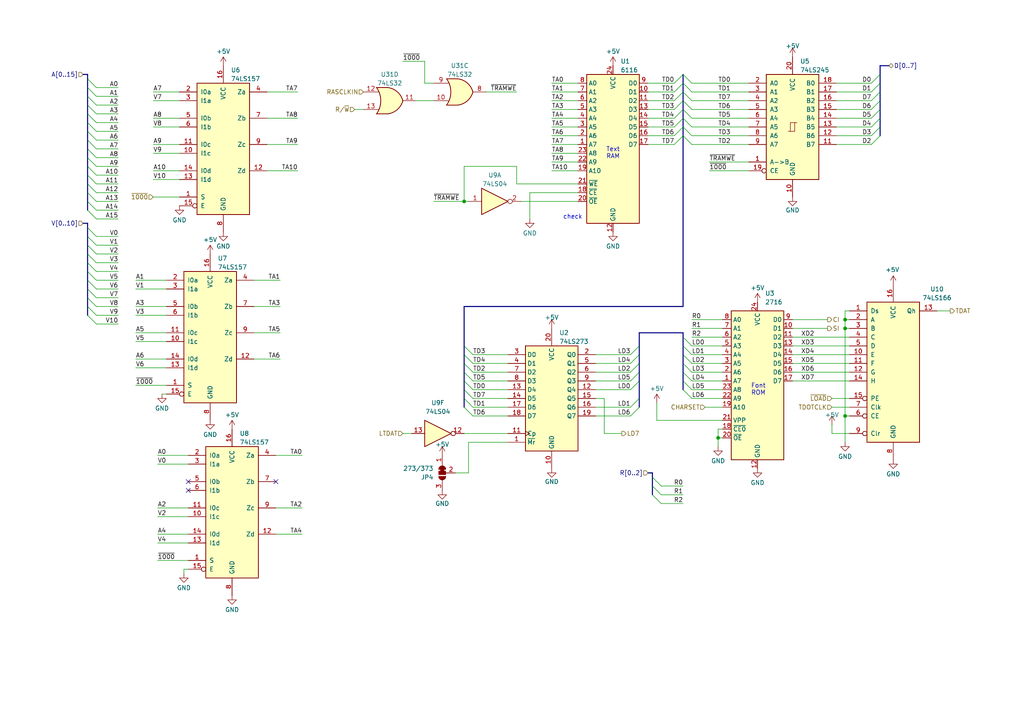
<source format=kicad_sch>
(kicad_sch (version 20231120) (generator "eeschema") (generator_version "8.0")
  (paper "A4")
  (title_block (title "EVA1 (Epson Video Adapter) - Text RAM") (date "2025-01-09") (rev "v0.1") (company "100% Offner") (comment 1 "v0.1: Initial Release"))
  (lib_symbols
    (symbol "74xx:74LS04"
      (property "Reference" "U" (at 0 1.27 0))
      (property "Value" "74LS04" (at 0 -1.27 0))
      (symbol "74LS04_1_0"
        (pin input line (at -7.62 0 0) (length 3.81) (name "~") (number "1"))
        (pin output inverted (at 7.62 0 180) (length 3.81) (name "~") (number "2"))
      )
      (symbol "74LS04_2_0"
        (pin input line (at -7.62 0 0) (length 3.81) (name "~") (number "3"))
        (pin output inverted (at 7.62 0 180) (length 3.81) (name "~") (number "4"))
      )
      (symbol "74LS04_3_0"
        (pin input line (at -7.62 0 0) (length 3.81) (name "~") (number "5"))
        (pin output inverted (at 7.62 0 180) (length 3.81) (name "~") (number "6"))
      )
      (symbol "74LS04_4_0"
        (pin output inverted (at 7.62 0 180) (length 3.81) (name "~") (number "8"))
        (pin input line (at -7.62 0 0) (length 3.81) (name "~") (number "9"))
      )
      (symbol "74LS04_5_0"
        (pin output inverted (at 7.62 0 180) (length 3.81) (name "~") (number "10"))
        (pin input line (at -7.62 0 0) (length 3.81) (name "~") (number "11"))
      )
      (symbol "74LS04_6_0"
        (pin output inverted (at 7.62 0 180) (length 3.81) (name "~") (number "12"))
        (pin input line (at -7.62 0 0) (length 3.81) (name "~") (number "13"))
      )
      (symbol "74LS04_7_0"
        (pin power_in line (at 0 12.7 270) (length 5.08) (name "VCC") (number "14"))
        (pin power_in line (at 0 -12.7 90) (length 5.08) (name "GND") (number "7"))
      )
    )
    (symbol "74xx:74LS157" (pin_names (offset 1.016))
      (property "Reference" "U" (at -7.62 19.05 0))
      (property "Value" "74LS157" (at -7.62 -21.59 0))
      (symbol "74LS157_1_0"
        (pin input line (at -12.7 -15.24 0) (length 5.08) (name "S") (number "1"))
        (pin input line (at -12.7 -2.54 0) (length 5.08) (name "I1c") (number "10"))
        (pin input line (at -12.7 0 0) (length 5.08) (name "I0c") (number "11"))
        (pin output line (at 12.7 -7.62 180) (length 5.08) (name "Zd") (number "12"))
        (pin input line (at -12.7 -10.16 0) (length 5.08) (name "I1d") (number "13"))
        (pin input line (at -12.7 -7.62 0) (length 5.08) (name "I0d") (number "14"))
        (pin input inverted (at -12.7 -17.78 0) (length 5.08) (name "E") (number "15"))
        (pin power_in line (at 0 22.86 270) (length 5.08) (name "VCC") (number "16"))
        (pin input line (at -12.7 15.24 0) (length 5.08) (name "I0a") (number "2"))
        (pin input line (at -12.7 12.7 0) (length 5.08) (name "I1a") (number "3"))
        (pin output line (at 12.7 15.24 180) (length 5.08) (name "Za") (number "4"))
        (pin input line (at -12.7 7.62 0) (length 5.08) (name "I0b") (number "5"))
        (pin input line (at -12.7 5.08 0) (length 5.08) (name "I1b") (number "6"))
        (pin output line (at 12.7 7.62 180) (length 5.08) (name "Zb") (number "7"))
        (pin power_in line (at 0 -25.4 90) (length 5.08) (name "GND") (number "8"))
        (pin output line (at 12.7 0 180) (length 5.08) (name "Zc") (number "9"))
      )
    )
    (symbol "74xx:74LS166" (pin_names (offset 1.016))
      (property "Reference" "U" (at -7.62 21.59 0))
      (property "Value" "74LS166" (at -7.62 -21.59 0))
      (symbol "74LS166_1_0"
        (pin input line (at -12.7 17.78 0) (length 5.08) (name "Ds") (number "1"))
        (pin input line (at -12.7 5.08 0) (length 5.08) (name "E") (number "10"))
        (pin input line (at -12.7 2.54 0) (length 5.08) (name "F") (number "11"))
        (pin input line (at -12.7 0 0) (length 5.08) (name "G") (number "12"))
        (pin output line (at 12.7 17.78 180) (length 5.08) (name "Qh") (number "13"))
        (pin input line (at -12.7 -2.54 0) (length 5.08) (name "H") (number "14"))
        (pin input inverted (at -12.7 -7.62 0) (length 5.08) (name "PE") (number "15"))
        (pin power_in line (at 0 25.4 270) (length 5.08) (name "VCC") (number "16"))
        (pin input line (at -12.7 15.24 0) (length 5.08) (name "A") (number "2"))
        (pin input line (at -12.7 12.7 0) (length 5.08) (name "B") (number "3"))
        (pin input line (at -12.7 10.16 0) (length 5.08) (name "C") (number "4"))
        (pin input line (at -12.7 7.62 0) (length 5.08) (name "D") (number "5"))
        (pin input inverted (at -12.7 -12.7 0) (length 5.08) (name "CE") (number "6"))
        (pin input line (at -12.7 -10.16 0) (length 5.08) (name "Clk") (number "7"))
        (pin power_in line (at 0 -25.4 90) (length 5.08) (name "GND") (number "8"))
        (pin input inverted (at -12.7 -17.78 0) (length 5.08) (name "Clr") (number "9"))
      )
    )
    (symbol "74xx:74LS245" (pin_names (offset 1.016))
      (property "Reference" "U" (at -7.62 16.51 0))
      (property "Value" "74LS245" (at -7.62 -16.51 0))
      (symbol "74LS245_1_0"
        (pin input line (at -12.7 -10.16 0) (length 5.08) (name "A->B") (number "1"))
        (pin power_in line (at 0 -20.32 90) (length 5.08) (name "GND") (number "10"))
        (pin tri_state line (at 12.7 -5.08 180) (length 5.08) (name "B7") (number "11"))
        (pin tri_state line (at 12.7 -2.54 180) (length 5.08) (name "B6") (number "12"))
        (pin tri_state line (at 12.7 0 180) (length 5.08) (name "B5") (number "13"))
        (pin tri_state line (at 12.7 2.54 180) (length 5.08) (name "B4") (number "14"))
        (pin tri_state line (at 12.7 5.08 180) (length 5.08) (name "B3") (number "15"))
        (pin tri_state line (at 12.7 7.62 180) (length 5.08) (name "B2") (number "16"))
        (pin tri_state line (at 12.7 10.16 180) (length 5.08) (name "B1") (number "17"))
        (pin tri_state line (at 12.7 12.7 180) (length 5.08) (name "B0") (number "18"))
        (pin input inverted (at -12.7 -12.7 0) (length 5.08) (name "CE") (number "19"))
        (pin tri_state line (at -12.7 12.7 0) (length 5.08) (name "A0") (number "2"))
        (pin power_in line (at 0 20.32 270) (length 5.08) (name "VCC") (number "20"))
        (pin tri_state line (at -12.7 10.16 0) (length 5.08) (name "A1") (number "3"))
        (pin tri_state line (at -12.7 7.62 0) (length 5.08) (name "A2") (number "4"))
        (pin tri_state line (at -12.7 5.08 0) (length 5.08) (name "A3") (number "5"))
        (pin tri_state line (at -12.7 2.54 0) (length 5.08) (name "A4") (number "6"))
        (pin tri_state line (at -12.7 0 0) (length 5.08) (name "A5") (number "7"))
        (pin tri_state line (at -12.7 -2.54 0) (length 5.08) (name "A6") (number "8"))
        (pin tri_state line (at -12.7 -5.08 0) (length 5.08) (name "A7") (number "9"))
      )
    )
    (symbol "74xx:74LS273"
      (property "Reference" "U" (at -7.62 16.51 0))
      (property "Value" "74LS273" (at -7.62 -16.51 0))
      (symbol "74LS273_1_0"
        (pin input line (at -12.7 -12.7 0) (length 5.08) (name "~{Mr}") (number "1"))
        (pin power_in line (at 0 -20.32 90) (length 5.08) (name "GND") (number "10"))
        (pin input clock (at -12.7 -10.16 0) (length 5.08) (name "Cp") (number "11"))
        (pin output line (at 12.7 2.54 180) (length 5.08) (name "Q4") (number "12"))
        (pin input line (at -12.7 2.54 0) (length 5.08) (name "D4") (number "13"))
        (pin input line (at -12.7 0 0) (length 5.08) (name "D5") (number "14"))
        (pin output line (at 12.7 0 180) (length 5.08) (name "Q5") (number "15"))
        (pin output line (at 12.7 -2.54 180) (length 5.08) (name "Q6") (number "16"))
        (pin input line (at -12.7 -2.54 0) (length 5.08) (name "D6") (number "17"))
        (pin input line (at -12.7 -5.08 0) (length 5.08) (name "D7") (number "18"))
        (pin output line (at 12.7 -5.08 180) (length 5.08) (name "Q7") (number "19"))
        (pin output line (at 12.7 12.7 180) (length 5.08) (name "Q0") (number "2"))
        (pin power_in line (at 0 20.32 270) (length 5.08) (name "VCC") (number "20"))
        (pin input line (at -12.7 12.7 0) (length 5.08) (name "D0") (number "3"))
        (pin input line (at -12.7 10.16 0) (length 5.08) (name "D1") (number "4"))
        (pin output line (at 12.7 10.16 180) (length 5.08) (name "Q1") (number "5"))
        (pin output line (at 12.7 7.62 180) (length 5.08) (name "Q2") (number "6"))
        (pin input line (at -12.7 7.62 0) (length 5.08) (name "D2") (number "7"))
        (pin input line (at -12.7 5.08 0) (length 5.08) (name "D3") (number "8"))
        (pin output line (at 12.7 5.08 180) (length 5.08) (name "Q3") (number "9"))
      )
    )
    (symbol "74xx:74LS32" (pin_names (offset 1.016))
      (property "Reference" "U" (at 0 1.27 0))
      (property "Value" "74LS32" (at 0 -1.27 0))
      (symbol "74LS32_1_1"
        (pin input line (at -7.62 2.54 0) (length 4.318) (name "~") (number "1"))
        (pin input line (at -7.62 -2.54 0) (length 4.318) (name "~") (number "2"))
        (pin output line (at 7.62 0 180) (length 3.81) (name "~") (number "3"))
      )
      (symbol "74LS32_1_2"
        (pin input inverted (at -7.62 2.54 0) (length 3.81) (name "~") (number "1"))
        (pin input inverted (at -7.62 -2.54 0) (length 3.81) (name "~") (number "2"))
        (pin output inverted (at 7.62 0 180) (length 3.81) (name "~") (number "3"))
      )
      (symbol "74LS32_2_1"
        (pin input line (at -7.62 2.54 0) (length 4.318) (name "~") (number "4"))
        (pin input line (at -7.62 -2.54 0) (length 4.318) (name "~") (number "5"))
        (pin output line (at 7.62 0 180) (length 3.81) (name "~") (number "6"))
      )
      (symbol "74LS32_2_2"
        (pin input inverted (at -7.62 2.54 0) (length 3.81) (name "~") (number "4"))
        (pin input inverted (at -7.62 -2.54 0) (length 3.81) (name "~") (number "5"))
        (pin output inverted (at 7.62 0 180) (length 3.81) (name "~") (number "6"))
      )
      (symbol "74LS32_3_1"
        (pin input line (at -7.62 -2.54 0) (length 4.318) (name "~") (number "10"))
        (pin output line (at 7.62 0 180) (length 3.81) (name "~") (number "8"))
        (pin input line (at -7.62 2.54 0) (length 4.318) (name "~") (number "9"))
      )
      (symbol "74LS32_3_2"
        (pin input inverted (at -7.62 -2.54 0) (length 3.81) (name "~") (number "10"))
        (pin output inverted (at 7.62 0 180) (length 3.81) (name "~") (number "8"))
        (pin input inverted (at -7.62 2.54 0) (length 3.81) (name "~") (number "9"))
      )
      (symbol "74LS32_4_1"
        (pin output line (at 7.62 0 180) (length 3.81) (name "~") (number "11"))
        (pin input line (at -7.62 2.54 0) (length 4.318) (name "~") (number "12"))
        (pin input line (at -7.62 -2.54 0) (length 4.318) (name "~") (number "13"))
      )
      (symbol "74LS32_4_2"
        (pin output inverted (at 7.62 0 180) (length 3.81) (name "~") (number "11"))
        (pin input inverted (at -7.62 2.54 0) (length 3.81) (name "~") (number "12"))
        (pin input inverted (at -7.62 -2.54 0) (length 3.81) (name "~") (number "13"))
      )
      (symbol "74LS32_5_0"
        (pin power_in line (at 0 12.7 270) (length 5.08) (name "VCC") (number "14"))
        (pin power_in line (at 0 -12.7 90) (length 5.08) (name "GND") (number "7"))
      )
    )
    (symbol "Jumper:SolderJumper_3_Bridged12" (pin_names (offset 0) hide) (exclude_from_sim yes) (in_bom no)
      (property "Reference" "JP" (at -2.54 -2.54 0))
      (property "Value" "SolderJumper_3_Bridged12" (at 0 2.794 0))
      (symbol "SolderJumper_3_Bridged12_1_1"
        (pin passive line (at -5.08 0 0) (length 2.54) (name "A") (number "1"))
        (pin passive line (at 0 -3.81 90) (length 2.54) (name "C") (number "2"))
        (pin passive line (at 5.08 0 180) (length 2.54) (name "B") (number "3"))
      )
    )
    (symbol "my_ics_new:2716"
      (property "Reference" "U" (at -8.255 26.67 0))
      (property "Value" "2016" (at -8.89 24.13 0))
      (symbol "2716_1_1"
        (pin input line (at -10.16 2.54 0) (length 2.54) (name "A7") (number "1"))
        (pin tri_state line (at 10.16 17.78 180) (length 2.54) (name "D1") (number "10"))
        (pin tri_state line (at 10.16 15.24 180) (length 2.54) (name "D2") (number "11"))
        (pin power_in line (at 0 -22.86 90) (length 2.54) (name "GND") (number "12"))
        (pin tri_state line (at 10.16 12.7 180) (length 2.54) (name "D3") (number "13"))
        (pin tri_state line (at 10.16 10.16 180) (length 2.54) (name "D4") (number "14"))
        (pin tri_state line (at 10.16 7.62 180) (length 2.54) (name "D5") (number "15"))
        (pin tri_state line (at 10.16 5.08 180) (length 2.54) (name "D6") (number "16"))
        (pin tri_state line (at 10.16 2.54 180) (length 2.54) (name "D7") (number "17"))
        (pin input line (at -10.16 -11.43 0) (length 2.54) (name "~{CE0}") (number "18"))
        (pin input line (at -10.16 -5.08 0) (length 2.54) (name "A10") (number "19"))
        (pin input line (at -10.16 5.08 0) (length 2.54) (name "A6") (number "2"))
        (pin input line (at -10.16 -13.97 0) (length 2.54) (name "~{OE}") (number "20"))
        (pin input line (at -10.16 -8.89 0) (length 2.54) (name "VPP") (number "21"))
        (pin input line (at -10.16 -2.54 0) (length 2.54) (name "A9") (number "22"))
        (pin input line (at -10.16 0 0) (length 2.54) (name "A8") (number "23"))
        (pin power_in line (at 0 25.4 270) (length 2.54) (name "VCC") (number "24"))
        (pin no_connect line (at 7.62 0 180) (length 2.54) hide (name "NC") (number "26"))
        (pin input line (at -10.16 7.62 0) (length 2.54) (name "A5") (number "3"))
        (pin input line (at -10.16 10.16 0) (length 2.54) (name "A4") (number "4"))
        (pin input line (at -10.16 12.7 0) (length 2.54) (name "A3") (number "5"))
        (pin input line (at -10.16 15.24 0) (length 2.54) (name "A2") (number "6"))
        (pin input line (at -10.16 17.78 0) (length 2.54) (name "A1") (number "7"))
        (pin input line (at -10.16 20.32 0) (length 2.54) (name "A0") (number "8"))
        (pin tri_state line (at 10.16 20.32 180) (length 2.54) (name "D0") (number "9"))
      )
    )
    (symbol "my_ics_new:6116"
      (property "Reference" "U" (at -8.255 26.67 0))
      (property "Value" "6116" (at -8.89 24.13 0))
      (symbol "6116_1_1"
        (pin input line (at -10.16 2.54 0) (length 2.54) (name "A7") (number "1"))
        (pin tri_state line (at 10.16 17.78 180) (length 2.54) (name "D1") (number "10"))
        (pin tri_state line (at 10.16 15.24 180) (length 2.54) (name "D2") (number "11"))
        (pin power_in line (at 0 -22.86 90) (length 2.54) (name "GND") (number "12"))
        (pin tri_state line (at 10.16 12.7 180) (length 2.54) (name "D3") (number "13"))
        (pin tri_state line (at 10.16 10.16 180) (length 2.54) (name "D4") (number "14"))
        (pin tri_state line (at 10.16 7.62 180) (length 2.54) (name "D5") (number "15"))
        (pin tri_state line (at 10.16 5.08 180) (length 2.54) (name "D6") (number "16"))
        (pin tri_state line (at 10.16 2.54 180) (length 2.54) (name "D7") (number "17"))
        (pin input line (at -10.16 -11.43 0) (length 2.54) (name "~{CE}") (number "18"))
        (pin input line (at -10.16 -5.08 0) (length 2.54) (name "A10") (number "19"))
        (pin input line (at -10.16 5.08 0) (length 2.54) (name "A6") (number "2"))
        (pin input line (at -10.16 -13.97 0) (length 2.54) (name "~{OE}") (number "20"))
        (pin input line (at -10.16 -8.89 0) (length 2.54) (name "~{WE}") (number "21"))
        (pin input line (at -10.16 -2.54 0) (length 2.54) (name "A9") (number "22"))
        (pin input line (at -10.16 0 0) (length 2.54) (name "A8") (number "23"))
        (pin power_in line (at 0 25.4 270) (length 2.54) (name "VCC") (number "24"))
        (pin input line (at -10.16 7.62 0) (length 2.54) (name "A5") (number "3"))
        (pin input line (at -10.16 10.16 0) (length 2.54) (name "A4") (number "4"))
        (pin input line (at -10.16 12.7 0) (length 2.54) (name "A3") (number "5"))
        (pin input line (at -10.16 15.24 0) (length 2.54) (name "A2") (number "6"))
        (pin input line (at -10.16 17.78 0) (length 2.54) (name "A1") (number "7"))
        (pin input line (at -10.16 20.32 0) (length 2.54) (name "A0") (number "8"))
        (pin tri_state line (at 10.16 20.32 180) (length 2.54) (name "D0") (number "9"))
      )
    )
    (symbol "power:+5V" (power) (pin_names (offset 0))
      (property "Value" "+5V" (at 0 3.556 0))
      (symbol "+5V_1_1"
        (pin power_in line (at 0 0 90) (length 0) hide (name "+5V") (number "1"))
      )
    )
    (symbol "power:GND" (power) (pin_names (offset 0))
      (property "Value" "GND" (at 0 -3.81 0))
      (symbol "GND_1_1"
        (pin power_in line (at 0 0 270) (length 0) hide (name "GND") (number "1"))
      )
    )
  )
  (junction (at 134.62 58.42))
  (junction (at 208.28 127))
  (junction (at 245.11 92.71))
  (junction (at 245.11 95.25))
  (junction (at 245.11 120.65))
  (no_connect (at 54.61 142.24))
  (no_connect (at 54.61 139.7))
  (no_connect (at 80.01 139.7))
  (bus_entry (at 25.4 76.2) (size 2.54 2.54))
  (bus_entry (at 25.4 25.4) (size 2.54 2.54))
  (bus_entry (at 185.42 110.49) (size -2.54 2.54))
  (bus_entry (at 25.4 27.94) (size 2.54 2.54))
  (bus_entry (at 185.42 100.33) (size -2.54 2.54))
  (bus_entry (at 198.12 34.29) (size -2.54 2.54))
  (bus_entry (at 134.62 115.57) (size 2.54 2.54))
  (bus_entry (at 134.62 110.49) (size 2.54 2.54))
  (bus_entry (at 25.4 40.64) (size 2.54 2.54))
  (bus_entry (at 198.12 39.37) (size -2.54 2.54))
  (bus_entry (at 189.23 138.43) (size 2.54 2.54))
  (bus_entry (at 185.42 102.87) (size -2.54 2.54))
  (bus_entry (at 25.4 88.9) (size 2.54 2.54))
  (bus_entry (at 25.4 71.12) (size 2.54 2.54))
  (bus_entry (at 25.4 73.66) (size 2.54 2.54))
  (bus_entry (at 198.12 31.75) (size -2.54 2.54))
  (bus_entry (at 189.23 143.51) (size 2.54 2.54))
  (bus_entry (at 198.12 100.33) (size 2.54 2.54))
  (bus_entry (at 198.12 24.13) (size -2.54 2.54))
  (bus_entry (at 25.4 58.42) (size 2.54 2.54))
  (bus_entry (at 198.12 21.59) (size 2.54 2.54))
  (bus_entry (at 25.4 38.1) (size 2.54 2.54))
  (bus_entry (at 198.12 107.95) (size 2.54 2.54))
  (bus_entry (at 198.12 39.37) (size 2.54 2.54))
  (bus_entry (at 198.12 21.59) (size -2.54 2.54))
  (bus_entry (at 25.4 86.36) (size 2.54 2.54))
  (bus_entry (at 25.4 33.02) (size 2.54 2.54))
  (bus_entry (at 198.12 105.41) (size 2.54 2.54))
  (bus_entry (at 134.62 105.41) (size 2.54 2.54))
  (bus_entry (at 134.62 118.11) (size 2.54 2.54))
  (bus_entry (at 198.12 31.75) (size 2.54 2.54))
  (bus_entry (at 255.27 26.67) (size -2.54 2.54))
  (bus_entry (at 25.4 81.28) (size 2.54 2.54))
  (bus_entry (at 25.4 68.58) (size 2.54 2.54))
  (bus_entry (at 255.27 39.37) (size -2.54 2.54))
  (bus_entry (at 198.12 110.49) (size 2.54 2.54))
  (bus_entry (at 25.4 43.18) (size 2.54 2.54))
  (bus_entry (at 198.12 34.29) (size 2.54 2.54))
  (bus_entry (at 198.12 26.67) (size -2.54 2.54))
  (bus_entry (at 25.4 35.56) (size 2.54 2.54))
  (bus_entry (at 185.42 107.95) (size -2.54 2.54))
  (bus_entry (at 198.12 29.21) (size 2.54 2.54))
  (bus_entry (at 198.12 36.83) (size -2.54 2.54))
  (bus_entry (at 25.4 55.88) (size 2.54 2.54))
  (bus_entry (at 25.4 60.96) (size 2.54 2.54))
  (bus_entry (at 255.27 29.21) (size -2.54 2.54))
  (bus_entry (at 198.12 36.83) (size 2.54 2.54))
  (bus_entry (at 25.4 66.04) (size 2.54 2.54))
  (bus_entry (at 134.62 113.03) (size 2.54 2.54))
  (bus_entry (at 189.23 140.97) (size 2.54 2.54))
  (bus_entry (at 25.4 83.82) (size 2.54 2.54))
  (bus_entry (at 198.12 26.67) (size 2.54 2.54))
  (bus_entry (at 255.27 36.83) (size -2.54 2.54))
  (bus_entry (at 198.12 102.87) (size 2.54 2.54))
  (bus_entry (at 198.12 29.21) (size -2.54 2.54))
  (bus_entry (at 198.12 113.03) (size 2.54 2.54))
  (bus_entry (at 134.62 107.95) (size 2.54 2.54))
  (bus_entry (at 198.12 24.13) (size 2.54 2.54))
  (bus_entry (at 198.12 97.79) (size 2.54 2.54))
  (bus_entry (at 185.42 105.41) (size -2.54 2.54))
  (bus_entry (at 25.4 48.26) (size 2.54 2.54))
  (bus_entry (at 134.62 102.87) (size 2.54 2.54))
  (bus_entry (at 25.4 50.8) (size 2.54 2.54))
  (bus_entry (at 185.42 115.57) (size -2.54 2.54))
  (bus_entry (at 25.4 22.86) (size 2.54 2.54))
  (bus_entry (at 255.27 34.29) (size -2.54 2.54))
  (bus_entry (at 185.42 118.11) (size -2.54 2.54))
  (bus_entry (at 25.4 78.74) (size 2.54 2.54))
  (bus_entry (at 25.4 53.34) (size 2.54 2.54))
  (bus_entry (at 25.4 91.44) (size 2.54 2.54))
  (bus_entry (at 134.62 100.33) (size 2.54 2.54))
  (bus_entry (at 25.4 30.48) (size 2.54 2.54))
  (bus_entry (at 255.27 24.13) (size -2.54 2.54))
  (bus_entry (at 255.27 21.59) (size -2.54 2.54))
  (bus_entry (at 25.4 45.72) (size 2.54 2.54))
  (bus_entry (at 255.27 31.75) (size -2.54 2.54))
  (bus (pts (xy 134.62 88.9) (xy 134.62 100.33)))
  (bus (pts (xy 25.4 40.64) (xy 25.4 43.18)))
  (wire (pts (xy 39.37 104.14) (xy 48.26 104.14)))
  (wire (pts (xy 27.94 78.74) (xy 34.29 78.74)))
  (wire (pts (xy 134.62 48.26) (xy 134.62 58.42)))
  (wire (pts (xy 175.26 125.73) (xy 175.26 115.57)))
  (wire (pts (xy 172.72 110.49) (xy 182.88 110.49)))
  (bus (pts (xy 134.62 102.87) (xy 134.62 105.41)))
  (wire (pts (xy 242.57 41.91) (xy 252.73 41.91)))
  (wire (pts (xy 137.16 105.41) (xy 147.32 105.41)))
  (wire (pts (xy 27.94 50.8) (xy 34.29 50.8)))
  (wire (pts (xy 153.67 55.88) (xy 167.64 55.88)))
  (wire (pts (xy 245.11 120.65) (xy 245.11 128.27)))
  (wire (pts (xy 44.45 34.29) (xy 52.07 34.29)))
  (wire (pts (xy 120.65 29.21) (xy 125.73 29.21)))
  (bus (pts (xy 25.4 66.04) (xy 25.4 68.58)))
  (bus (pts (xy 198.12 113.03) (xy 198.12 110.49)))
  (wire (pts (xy 229.87 102.87) (xy 246.38 102.87)))
  (wire (pts (xy 45.72 149.86) (xy 54.61 149.86)))
  (wire (pts (xy 195.58 36.83) (xy 187.96 36.83)))
  (bus (pts (xy 198.12 24.13) (xy 198.12 26.67)))
  (bus (pts (xy 189.23 137.16) (xy 189.23 138.43)))
  (wire (pts (xy 160.02 29.21) (xy 167.64 29.21)))
  (wire (pts (xy 241.3 115.57) (xy 246.38 115.57)))
  (bus (pts (xy 25.4 71.12) (xy 25.4 73.66)))
  (bus (pts (xy 255.27 34.29) (xy 255.27 36.83)))
  (wire (pts (xy 132.08 137.16) (xy 135.89 137.16)))
  (bus (pts (xy 187.96 137.16) (xy 189.23 137.16)))
  (wire (pts (xy 200.66 39.37) (xy 217.17 39.37)))
  (wire (pts (xy 209.55 124.46) (xy 208.28 124.46)))
  (bus (pts (xy 255.27 26.67) (xy 255.27 29.21)))
  (wire (pts (xy 160.02 24.13) (xy 167.64 24.13)))
  (wire (pts (xy 160.02 46.99) (xy 167.64 46.99)))
  (wire (pts (xy 27.94 91.44) (xy 34.29 91.44)))
  (wire (pts (xy 208.28 127) (xy 208.28 129.54)))
  (wire (pts (xy 137.16 115.57) (xy 147.32 115.57)))
  (wire (pts (xy 73.66 104.14) (xy 81.28 104.14)))
  (wire (pts (xy 39.37 96.52) (xy 48.26 96.52)))
  (wire (pts (xy 195.58 39.37) (xy 187.96 39.37)))
  (wire (pts (xy 172.72 102.87) (xy 182.88 102.87)))
  (wire (pts (xy 200.66 34.29) (xy 217.17 34.29)))
  (bus (pts (xy 25.4 33.02) (xy 25.4 35.56)))
  (wire (pts (xy 44.45 36.83) (xy 52.07 36.83)))
  (bus (pts (xy 25.4 88.9) (xy 25.4 91.44)))
  (wire (pts (xy 137.16 102.87) (xy 147.32 102.87)))
  (wire (pts (xy 241.3 125.73) (xy 246.38 125.73)))
  (bus (pts (xy 134.62 105.41) (xy 134.62 107.95)))
  (wire (pts (xy 246.38 90.17) (xy 245.11 90.17)))
  (wire (pts (xy 200.66 102.87) (xy 209.55 102.87)))
  (bus (pts (xy 25.4 68.58) (xy 25.4 71.12)))
  (wire (pts (xy 160.02 31.75) (xy 167.64 31.75)))
  (bus (pts (xy 24.13 64.77) (xy 25.4 64.77)))
  (bus (pts (xy 25.4 86.36) (xy 25.4 88.9)))
  (wire (pts (xy 200.66 107.95) (xy 209.55 107.95)))
  (wire (pts (xy 195.58 31.75) (xy 187.96 31.75)))
  (wire (pts (xy 245.11 90.17) (xy 245.11 92.71)))
  (wire (pts (xy 200.66 24.13) (xy 217.17 24.13)))
  (wire (pts (xy 204.47 118.11) (xy 209.55 118.11)))
  (wire (pts (xy 73.66 88.9) (xy 81.28 88.9)))
  (wire (pts (xy 242.57 29.21) (xy 252.73 29.21)))
  (wire (pts (xy 229.87 100.33) (xy 246.38 100.33)))
  (bus (pts (xy 25.4 58.42) (xy 25.4 60.96)))
  (wire (pts (xy 195.58 26.67) (xy 187.96 26.67)))
  (wire (pts (xy 160.02 49.53) (xy 167.64 49.53)))
  (bus (pts (xy 25.4 25.4) (xy 25.4 27.94)))
  (wire (pts (xy 77.47 49.53) (xy 86.36 49.53)))
  (wire (pts (xy 208.28 124.46) (xy 208.28 127)))
  (wire (pts (xy 80.01 154.94) (xy 87.63 154.94)))
  (wire (pts (xy 205.74 46.99) (xy 217.17 46.99)))
  (wire (pts (xy 137.16 113.03) (xy 147.32 113.03)))
  (wire (pts (xy 27.94 60.96) (xy 34.29 60.96)))
  (wire (pts (xy 200.66 26.67) (xy 217.17 26.67)))
  (bus (pts (xy 198.12 110.49) (xy 198.12 107.95)))
  (bus (pts (xy 198.12 26.67) (xy 198.12 29.21)))
  (bus (pts (xy 198.12 105.41) (xy 198.12 102.87)))
  (wire (pts (xy 241.3 123.19) (xy 241.3 125.73)))
  (bus (pts (xy 198.12 29.21) (xy 198.12 31.75)))
  (bus (pts (xy 255.27 36.83) (xy 255.27 39.37)))
  (wire (pts (xy 73.66 96.52) (xy 81.28 96.52)))
  (wire (pts (xy 135.89 137.16) (xy 135.89 128.27)))
  (wire (pts (xy 172.72 118.11) (xy 182.88 118.11)))
  (bus (pts (xy 198.12 100.33) (xy 198.12 97.79)))
  (bus (pts (xy 25.4 27.94) (xy 25.4 30.48)))
  (wire (pts (xy 27.94 88.9) (xy 34.29 88.9)))
  (wire (pts (xy 271.78 90.17) (xy 275.59 90.17)))
  (wire (pts (xy 160.02 36.83) (xy 167.64 36.83)))
  (wire (pts (xy 27.94 71.12) (xy 34.29 71.12)))
  (wire (pts (xy 240.03 92.71) (xy 229.87 92.71)))
  (bus (pts (xy 257.81 19.05) (xy 255.27 19.05)))
  (wire (pts (xy 44.45 52.07) (xy 52.07 52.07)))
  (wire (pts (xy 27.94 93.98) (xy 34.29 93.98)))
  (wire (pts (xy 200.66 113.03) (xy 209.55 113.03)))
  (wire (pts (xy 149.86 26.67) (xy 140.97 26.67)))
  (bus (pts (xy 134.62 100.33) (xy 134.62 102.87)))
  (wire (pts (xy 116.84 17.78) (xy 123.19 17.78)))
  (bus (pts (xy 255.27 21.59) (xy 255.27 24.13)))
  (wire (pts (xy 149.86 48.26) (xy 134.62 48.26)))
  (wire (pts (xy 27.94 81.28) (xy 34.29 81.28)))
  (wire (pts (xy 116.84 125.73) (xy 119.38 125.73)))
  (wire (pts (xy 160.02 41.91) (xy 167.64 41.91)))
  (wire (pts (xy 39.37 99.06) (xy 48.26 99.06)))
  (bus (pts (xy 25.4 83.82) (xy 25.4 86.36)))
  (bus (pts (xy 198.12 88.9) (xy 134.62 88.9)))
  (bus (pts (xy 25.4 73.66) (xy 25.4 76.2)))
  (wire (pts (xy 242.57 36.83) (xy 252.73 36.83)))
  (bus (pts (xy 25.4 53.34) (xy 25.4 55.88)))
  (bus (pts (xy 189.23 138.43) (xy 189.23 140.97)))
  (wire (pts (xy 229.87 97.79) (xy 246.38 97.79)))
  (wire (pts (xy 27.94 68.58) (xy 34.29 68.58)))
  (wire (pts (xy 241.3 118.11) (xy 246.38 118.11)))
  (bus (pts (xy 255.27 31.75) (xy 255.27 34.29)))
  (wire (pts (xy 45.72 132.08) (xy 54.61 132.08)))
  (wire (pts (xy 209.55 121.92) (xy 190.5 121.92)))
  (wire (pts (xy 27.94 55.88) (xy 34.29 55.88)))
  (wire (pts (xy 190.5 116.84) (xy 190.5 121.92)))
  (bus (pts (xy 198.12 34.29) (xy 198.12 36.83)))
  (wire (pts (xy 160.02 44.45) (xy 167.64 44.45)))
  (wire (pts (xy 27.94 38.1) (xy 34.29 38.1)))
  (wire (pts (xy 27.94 63.5) (xy 34.29 63.5)))
  (wire (pts (xy 242.57 24.13) (xy 252.73 24.13)))
  (bus (pts (xy 198.12 39.37) (xy 198.12 88.9)))
  (wire (pts (xy 200.66 110.49) (xy 209.55 110.49)))
  (wire (pts (xy 134.62 58.42) (xy 135.89 58.42)))
  (wire (pts (xy 229.87 107.95) (xy 246.38 107.95)))
  (bus (pts (xy 185.42 115.57) (xy 185.42 118.11)))
  (bus (pts (xy 198.12 36.83) (xy 198.12 39.37)))
  (bus (pts (xy 25.4 45.72) (xy 25.4 48.26)))
  (bus (pts (xy 25.4 50.8) (xy 25.4 53.34)))
  (wire (pts (xy 240.03 95.25) (xy 229.87 95.25)))
  (wire (pts (xy 27.94 83.82) (xy 34.29 83.82)))
  (wire (pts (xy 39.37 91.44) (xy 48.26 91.44)))
  (wire (pts (xy 44.45 26.67) (xy 52.07 26.67)))
  (wire (pts (xy 195.58 29.21) (xy 187.96 29.21)))
  (wire (pts (xy 45.72 134.62) (xy 54.61 134.62)))
  (wire (pts (xy 160.02 34.29) (xy 167.64 34.29)))
  (bus (pts (xy 25.4 64.77) (xy 25.4 66.04)))
  (bus (pts (xy 189.23 140.97) (xy 189.23 143.51)))
  (wire (pts (xy 200.66 41.91) (xy 217.17 41.91)))
  (wire (pts (xy 44.45 44.45) (xy 52.07 44.45)))
  (wire (pts (xy 137.16 120.65) (xy 147.32 120.65)))
  (wire (pts (xy 77.47 41.91) (xy 86.36 41.91)))
  (wire (pts (xy 44.45 41.91) (xy 52.07 41.91)))
  (wire (pts (xy 27.94 35.56) (xy 34.29 35.56)))
  (wire (pts (xy 208.28 127) (xy 209.55 127)))
  (bus (pts (xy 198.12 107.95) (xy 198.12 105.41)))
  (bus (pts (xy 185.42 110.49) (xy 185.42 115.57)))
  (wire (pts (xy 125.73 58.42) (xy 134.62 58.42)))
  (wire (pts (xy 39.37 111.76) (xy 48.26 111.76)))
  (wire (pts (xy 125.73 24.13) (xy 123.19 24.13)))
  (wire (pts (xy 191.77 146.05) (xy 198.12 146.05)))
  (wire (pts (xy 245.11 95.25) (xy 245.11 120.65)))
  (wire (pts (xy 151.13 58.42) (xy 167.64 58.42)))
  (bus (pts (xy 25.4 43.18) (xy 25.4 45.72)))
  (wire (pts (xy 27.94 48.26) (xy 34.29 48.26)))
  (bus (pts (xy 185.42 105.41) (xy 185.42 107.95)))
  (wire (pts (xy 137.16 110.49) (xy 147.32 110.49)))
  (wire (pts (xy 73.66 81.28) (xy 81.28 81.28)))
  (wire (pts (xy 44.45 49.53) (xy 52.07 49.53)))
  (wire (pts (xy 175.26 125.73) (xy 180.34 125.73)))
  (wire (pts (xy 27.94 58.42) (xy 34.29 58.42)))
  (bus (pts (xy 185.42 107.95) (xy 185.42 110.49)))
  (wire (pts (xy 200.66 92.71) (xy 209.55 92.71)))
  (bus (pts (xy 25.4 22.86) (xy 25.4 25.4)))
  (wire (pts (xy 27.94 45.72) (xy 34.29 45.72)))
  (wire (pts (xy 27.94 43.18) (xy 34.29 43.18)))
  (wire (pts (xy 229.87 105.41) (xy 246.38 105.41)))
  (wire (pts (xy 195.58 24.13) (xy 187.96 24.13)))
  (bus (pts (xy 198.12 21.59) (xy 198.12 24.13)))
  (wire (pts (xy 134.62 125.73) (xy 147.32 125.73)))
  (wire (pts (xy 77.47 34.29) (xy 86.36 34.29)))
  (wire (pts (xy 195.58 41.91) (xy 187.96 41.91)))
  (wire (pts (xy 44.45 57.15) (xy 52.07 57.15)))
  (wire (pts (xy 242.57 31.75) (xy 252.73 31.75)))
  (wire (pts (xy 172.72 113.03) (xy 182.88 113.03)))
  (wire (pts (xy 245.11 92.71) (xy 246.38 92.71)))
  (bus (pts (xy 25.4 30.48) (xy 25.4 33.02)))
  (wire (pts (xy 242.57 26.67) (xy 252.73 26.67)))
  (bus (pts (xy 185.42 96.52) (xy 198.12 96.52)))
  (bus (pts (xy 198.12 31.75) (xy 198.12 34.29)))
  (wire (pts (xy 172.72 120.65) (xy 182.88 120.65)))
  (bus (pts (xy 25.4 38.1) (xy 25.4 40.64)))
  (wire (pts (xy 229.87 110.49) (xy 246.38 110.49)))
  (wire (pts (xy 149.86 53.34) (xy 149.86 48.26)))
  (wire (pts (xy 27.94 30.48) (xy 34.29 30.48)))
  (wire (pts (xy 46.99 114.3) (xy 48.26 114.3)))
  (wire (pts (xy 77.47 26.67) (xy 86.36 26.67)))
  (bus (pts (xy 185.42 100.33) (xy 185.42 102.87)))
  (wire (pts (xy 45.72 157.48) (xy 54.61 157.48)))
  (wire (pts (xy 153.67 63.5) (xy 153.67 55.88)))
  (wire (pts (xy 137.16 118.11) (xy 147.32 118.11)))
  (wire (pts (xy 53.34 165.1) (xy 53.34 166.37)))
  (bus (pts (xy 255.27 19.05) (xy 255.27 21.59)))
  (bus (pts (xy 25.4 78.74) (xy 25.4 81.28)))
  (wire (pts (xy 245.11 92.71) (xy 245.11 95.25)))
  (wire (pts (xy 27.94 25.4) (xy 34.29 25.4)))
  (bus (pts (xy 185.42 102.87) (xy 185.42 105.41)))
  (wire (pts (xy 135.89 128.27) (xy 147.32 128.27)))
  (bus (pts (xy 25.4 76.2) (xy 25.4 78.74)))
  (bus (pts (xy 185.42 96.52) (xy 185.42 100.33)))
  (wire (pts (xy 44.45 29.21) (xy 52.07 29.21)))
  (bus (pts (xy 25.4 55.88) (xy 25.4 58.42)))
  (wire (pts (xy 242.57 39.37) (xy 252.73 39.37)))
  (wire (pts (xy 27.94 40.64) (xy 34.29 40.64)))
  (wire (pts (xy 123.19 24.13) (xy 123.19 17.78)))
  (bus (pts (xy 134.62 110.49) (xy 134.62 113.03)))
  (wire (pts (xy 45.72 162.56) (xy 54.61 162.56)))
  (wire (pts (xy 200.66 97.79) (xy 209.55 97.79)))
  (wire (pts (xy 175.26 115.57) (xy 172.72 115.57)))
  (wire (pts (xy 53.34 165.1) (xy 54.61 165.1)))
  (wire (pts (xy 27.94 27.94) (xy 34.29 27.94)))
  (wire (pts (xy 245.11 95.25) (xy 246.38 95.25)))
  (wire (pts (xy 200.66 31.75) (xy 217.17 31.75)))
  (bus (pts (xy 255.27 24.13) (xy 255.27 26.67)))
  (bus (pts (xy 198.12 97.79) (xy 198.12 96.52)))
  (wire (pts (xy 39.37 106.68) (xy 48.26 106.68)))
  (wire (pts (xy 27.94 53.34) (xy 34.29 53.34)))
  (wire (pts (xy 191.77 143.51) (xy 198.12 143.51)))
  (wire (pts (xy 27.94 33.02) (xy 34.29 33.02)))
  (bus (pts (xy 134.62 107.95) (xy 134.62 110.49)))
  (wire (pts (xy 102.87 31.75) (xy 105.41 31.75)))
  (wire (pts (xy 242.57 34.29) (xy 252.73 34.29)))
  (bus (pts (xy 134.62 115.57) (xy 134.62 118.11)))
  (bus (pts (xy 25.4 21.59) (xy 25.4 22.86)))
  (wire (pts (xy 160.02 39.37) (xy 167.64 39.37)))
  (wire (pts (xy 205.74 49.53) (xy 217.17 49.53)))
  (wire (pts (xy 39.37 83.82) (xy 48.26 83.82)))
  (bus (pts (xy 198.12 102.87) (xy 198.12 100.33)))
  (bus (pts (xy 255.27 29.21) (xy 255.27 31.75)))
  (wire (pts (xy 27.94 86.36) (xy 34.29 86.36)))
  (wire (pts (xy 172.72 107.95) (xy 182.88 107.95)))
  (wire (pts (xy 200.66 115.57) (xy 209.55 115.57)))
  (bus (pts (xy 24.13 21.59) (xy 25.4 21.59)))
  (wire (pts (xy 39.37 81.28) (xy 48.26 81.28)))
  (wire (pts (xy 195.58 34.29) (xy 187.96 34.29)))
  (bus (pts (xy 25.4 48.26) (xy 25.4 50.8)))
  (wire (pts (xy 45.72 147.32) (xy 54.61 147.32)))
  (wire (pts (xy 45.72 154.94) (xy 54.61 154.94)))
  (wire (pts (xy 200.66 100.33) (xy 209.55 100.33)))
  (wire (pts (xy 27.94 73.66) (xy 34.29 73.66)))
  (wire (pts (xy 245.11 120.65) (xy 246.38 120.65)))
  (wire (pts (xy 200.66 105.41) (xy 209.55 105.41)))
  (wire (pts (xy 200.66 29.21) (xy 217.17 29.21)))
  (wire (pts (xy 80.01 132.08) (xy 87.63 132.08)))
  (wire (pts (xy 172.72 105.41) (xy 182.88 105.41)))
  (wire (pts (xy 191.77 140.97) (xy 198.12 140.97)))
  (wire (pts (xy 200.66 95.25) (xy 209.55 95.25)))
  (wire (pts (xy 160.02 26.67) (xy 167.64 26.67)))
  (wire (pts (xy 137.16 107.95) (xy 147.32 107.95)))
  (wire (pts (xy 149.86 53.34) (xy 167.64 53.34)))
  (bus (pts (xy 25.4 81.28) (xy 25.4 83.82)))
  (wire (pts (xy 80.01 147.32) (xy 87.63 147.32)))
  (wire (pts (xy 27.94 76.2) (xy 34.29 76.2)))
  (wire (pts (xy 200.66 36.83) (xy 217.17 36.83)))
  (wire (pts (xy 39.37 88.9) (xy 48.26 88.9)))
  (bus (pts (xy 25.4 35.56) (xy 25.4 38.1)))
  (bus (pts (xy 134.62 113.03) (xy 134.62 115.57)))
  (text "Font\nROM" (at 219.964 113.03 0) (effects (font (size 1.27 1.27))))
  (text "check\n" (at 166.116 62.992 0) (effects (font (size 1.27 1.27))))
  (text "Text\nRAM" (at 177.8 44.45 0) (effects (font (size 1.27 1.27))))
  (label "A8" (at 34.29 45.72 180))
  (label "TD3" (at 137.16 102.87 0))
  (label "A10" (at 34.29 50.8 180))
  (label "TA1" (at 160.02 26.67 0))
  (label "TA4" (at 87.63 154.94 180))
  (label "R2" (at 198.12 146.05 180))
  (label "R2" (at 200.66 97.79 0))
  (label "TD5" (at 137.16 110.49 0))
  (label "XD5" (at 236.22 105.41 180))
  (label "LD5" (at 200.66 113.03 0))
  (label "D6" (at 252.73 31.75 180))
  (label "TD5" (at 208.28 34.29 0))
  (label "TA7" (at 86.36 26.67 180))
  (label "~{1000}" (at 116.84 17.78 0))
  (label "A9" (at 44.45 41.91 0))
  (label "A1" (at 39.37 81.28 0))
  (label "XD3" (at 236.22 100.33 180))
  (label "A11" (at 34.29 53.34 180))
  (label "TD0" (at 137.16 113.03 0))
  (label "A5" (at 39.37 96.52 0))
  (label "LD1" (at 182.88 118.11 180))
  (label "D3" (at 252.73 39.37 180))
  (label "XD6" (at 236.22 107.95 180))
  (label "V8" (at 44.45 36.83 0))
  (label "LD6" (at 200.66 115.57 0))
  (label "TA8" (at 160.02 44.45 0))
  (label "TD6" (at 195.58 39.37 180))
  (label "TA2" (at 87.63 147.32 180))
  (label "D1" (at 252.73 26.67 180))
  (label "A12" (at 34.29 55.88 180))
  (label "TA3" (at 81.28 88.9 180))
  (label "A0" (at 45.72 132.08 0))
  (label "LD3" (at 200.66 107.95 0))
  (label "TA6" (at 160.02 39.37 0))
  (label "LD5" (at 182.88 110.49 180))
  (label "TA6" (at 81.28 104.14 180))
  (label "A5" (at 34.29 38.1 180))
  (label "TA5" (at 160.02 36.83 0))
  (label "TA0" (at 160.02 24.13 0))
  (label "A10" (at 44.45 49.53 0))
  (label "TA7" (at 160.02 41.91 0))
  (label "A2" (at 45.72 147.32 0))
  (label "V6" (at 39.37 106.68 0))
  (label "V4" (at 34.29 78.74 180))
  (label "D5" (at 252.73 34.29 180))
  (label "A4" (at 34.29 35.56 180))
  (label "TA9" (at 86.36 41.91 180))
  (label "LD2" (at 200.66 105.41 0))
  (label "A9" (at 34.29 48.26 180))
  (label "V2" (at 45.72 149.86 0))
  (label "TD0" (at 195.58 24.13 180))
  (label "V5" (at 39.37 99.06 0))
  (label "TD2" (at 137.16 107.95 0))
  (label "V9" (at 44.45 44.45 0))
  (label "A3" (at 34.29 33.02 180))
  (label "R1" (at 198.12 143.51 180))
  (label "A13" (at 34.29 58.42 180))
  (label "V1" (at 34.29 71.12 180))
  (label "LD0" (at 200.66 100.33 0))
  (label "V8" (at 34.29 88.9 180))
  (label "D0" (at 252.73 24.13 180))
  (label "~{1000}" (at 39.37 111.76 0))
  (label "V3" (at 34.29 76.2 180))
  (label "TD1" (at 137.16 118.11 0))
  (label "XD2" (at 236.22 97.79 180))
  (label "V1" (at 39.37 83.82 0))
  (label "XD7" (at 236.22 110.49 180))
  (label "R1" (at 200.66 95.25 0))
  (label "V9" (at 34.29 91.44 180))
  (label "V7" (at 34.29 86.36 180))
  (label "A4" (at 45.72 154.94 0))
  (label "V0" (at 34.29 68.58 180))
  (label "TD2" (at 208.28 41.91 0))
  (label "A7" (at 44.45 26.67 0))
  (label "D7" (at 252.73 29.21 180))
  (label "A0" (at 34.29 25.4 180))
  (label "V4" (at 45.72 157.48 0))
  (label "TD7" (at 137.16 115.57 0))
  (label "TA3" (at 160.02 31.75 0))
  (label "LD3" (at 182.88 102.87 180))
  (label "TA8" (at 86.36 34.29 180))
  (label "TA1" (at 81.28 81.28 180))
  (label "V3" (at 39.37 91.44 0))
  (label "D4" (at 252.73 36.83 180))
  (label "~{TRAMWE}" (at 125.73 58.42 0))
  (label "TA10" (at 160.02 49.53 0))
  (label "D2" (at 252.73 41.91 180))
  (label "TD3" (at 208.28 39.37 0))
  (label "V6" (at 34.29 83.82 180))
  (label "LD4" (at 200.66 110.49 0))
  (label "LD2" (at 182.88 107.95 180))
  (label "TD4" (at 195.58 34.29 180))
  (label "TD7" (at 195.58 41.91 180))
  (label "TD4" (at 208.28 36.83 0))
  (label "R0" (at 198.12 140.97 180))
  (label "V7" (at 44.45 29.21 0))
  (label "TD2" (at 195.58 29.21 180))
  (label "A1" (at 34.29 27.94 180))
  (label "V10" (at 44.45 52.07 0))
  (label "LD4" (at 182.88 105.41 180))
  (label "A3" (at 39.37 88.9 0))
  (label "~{TRAMWE}" (at 205.74 46.99 0))
  (label "V10" (at 34.29 93.98 180))
  (label "A15" (at 34.29 63.5 180))
  (label "TD7" (at 208.28 29.21 0))
  (label "LD1" (at 200.66 102.87 0))
  (label "LD0" (at 182.88 113.03 180))
  (label "TD1" (at 195.58 26.67 180))
  (label "~{1000}" (at 45.72 162.56 0))
  (label "TD6" (at 137.16 120.65 0))
  (label "TA0" (at 87.63 132.08 180))
  (label "TA4" (at 160.02 34.29 0))
  (label "A8" (at 44.45 34.29 0))
  (label "TD3" (at 195.58 31.75 180))
  (label "~{1000}" (at 205.74 49.53 0))
  (label "TD4" (at 137.16 105.41 0))
  (label "A6" (at 34.29 40.64 180))
  (label "TD0" (at 208.28 24.13 0))
  (label "V0" (at 45.72 134.62 0))
  (label "V5" (at 34.29 81.28 180))
  (label "TA5" (at 81.28 96.52 180))
  (label "TD5" (at 195.58 36.83 180))
  (label "XD4" (at 236.22 102.87 180))
  (label "A14" (at 34.29 60.96 180))
  (label "A6" (at 39.37 104.14 0))
  (label "~{TRAMWE}" (at 149.86 26.67 180))
  (label "TA9" (at 160.02 46.99 0))
  (label "TA2" (at 160.02 29.21 0))
  (label "V2" (at 34.29 73.66 180))
  (label "A2" (at 34.29 30.48 180))
  (label "R0" (at 200.66 92.71 0))
  (label "A7" (at 34.29 43.18 180))
  (label "TD1" (at 208.28 26.67 0))
  (label "TD6" (at 208.28 31.75 0))
  (label "LD6" (at 182.88 120.65 180))
  (label "TA10" (at 86.36 49.53 180))
  (hierarchical_label "D[0..7]" (shape bidirectional) (at 257.81 19.05 0))
  (hierarchical_label "LD7" (shape output) (at 180.34 125.73 0))
  (hierarchical_label "TDOTCLK" (shape input) (at 241.3 118.11 180))
  (hierarchical_label "TDAT" (shape output) (at 275.59 90.17 0))
  (hierarchical_label "R{slash}~{W}" (shape input) (at 102.87 31.75 180))
  (hierarchical_label "RASCLKIN" (shape input) (at 105.41 26.67 180))
  (hierarchical_label "R[0..2]" (shape input) (at 187.96 137.16 180))
  (hierarchical_label "V[0..10]" (shape input) (at 24.13 64.77 180))
  (hierarchical_label "CHARSET" (shape input) (at 204.47 118.11 180))
  (hierarchical_label "A[0..15]" (shape input) (at 24.13 21.59 180))
  (hierarchical_label "CI" (shape output) (at 240.03 92.71 0))
  (hierarchical_label "SI" (shape output) (at 240.03 95.25 0))
  (hierarchical_label "LTDAT" (shape input) (at 116.84 125.73 180))
  (hierarchical_label "~{1000}" (shape input) (at 44.45 57.15 180))
  (hierarchical_label "~{LOAD}" (shape input) (at 241.3 115.57 180))
  (symbol (lib_id "power:+5V") (at 60.96 73.66 0) (unit 1)
    (property "Reference" "#PWR036" (effects (hide yes)))
    (property "Value" "+5V" (at 60.96 69.5269 0))
  )
  (symbol (lib_id "power:GND") (at 177.8 67.31 0) (unit 1)
    (property "Reference" "#PWR030" (effects (hide yes)))
    (property "Value" "GND" (at 177.8 71.4431 0))
  )
  (symbol (lib_id "74xx:74LS273") (at 160.02 115.57 0) (unit 1)
    (property "Reference" "U2" (at 162.2141 96.52 0) (effects (justify left)))
    (property "Value" "74LS273" (at 162.2141 99.06 0) (effects (justify left)))
    (property "Footprint" "Package_DIP:DIP-20_W7.62mm" (effects (hide yes)))
    (property "Datasheet" "http://www.ti.com/lit/gpn/sn74LS273" (effects (hide yes)))
    (property "Description" "8-bit D Flip-Flop, reset" (effects (hide yes)))
  )
  (symbol (lib_id "my_ics_new:2716") (at 219.71 113.03 0) (unit 1)
    (property "Reference" "U3" (at 221.9041 85.09 0) (effects (justify left)))
    (property "Value" "2716" (at 221.9041 87.63 0) (effects (justify left)))
    (property "Footprint" "Package_DIP:DIP-24_W15.24mm" (effects (hide yes)))
    (property "Description" "OTP SRAM 16 KiBit, [Obsolete 2004-01], 2716" (effects (hide yes)))
  )
  (symbol (lib_id "74xx:74LS32") (at 113.03 29.21 0) (unit 4)
    (property "Reference" "U31" (at 113.03 21.59 0))
    (property "Value" "74LS32" (at 113.03 24.13 0))
    (property "Footprint" "Package_DIP:DIP-14_W7.62mm" (effects (hide yes)))
    (property "Datasheet" "http://www.ti.com/lit/gpn/sn74LS32" (effects (hide yes)))
    (property "Description" "Quad 2-input OR" (effects (hide yes)))
  )
  (symbol (lib_id "power:GND") (at 53.34 166.37 0) (unit 1)
    (property "Reference" "#PWR033" (effects (hide yes)))
    (property "Value" "GND" (at 53.34 170.5031 0))
  )
  (symbol (lib_id "power:+5V") (at 67.31 124.46 0) (unit 1)
    (property "Reference" "#PWR040" (effects (hide yes)))
    (property "Value" "+5V" (at 67.31 120.3269 0))
  )
  (symbol (lib_id "power:+5V") (at 190.5 116.84 0) (unit 1)
    (property "Reference" "#PWR059" (effects (hide yes)))
    (property "Value" "+5V" (at 190.5 112.7069 0))
  )
  (symbol (lib_id "power:GND") (at 67.31 172.72 0) (unit 1)
    (property "Reference" "#PWR041" (effects (hide yes)))
    (property "Value" "GND" (at 67.31 176.8531 0))
  )
  (symbol (lib_id "my_ics_new:6116") (at 177.8 44.45 0) (unit 1)
    (property "Reference" "U1" (at 179.9941 17.78 0) (effects (justify left)))
    (property "Value" "6116" (at 179.9941 20.32 0) (effects (justify left)))
    (property "Footprint" "Package_DIP:DIP-24_W15.24mm" (effects (hide yes)))
    (property "Description" "SRAM 16 KiBit" (effects (hide yes)))
  )
  (symbol (lib_id "74xx:74LS04") (at 127 125.73 0) (unit 6)
    (property "Reference" "U9" (at 127 116.84 0))
    (property "Value" "74LS04" (at 127 119.38 0))
    (property "Footprint" "Package_DIP:DIP-14_W7.62mm" (effects (hide yes)))
    (property "Datasheet" "http://www.ti.com/lit/gpn/sn74LS04" (effects (hide yes)))
    (property "Description" "Hex Inverter" (effects (hide yes)))
  )
  (symbol (lib_id "power:GND") (at 160.02 135.89 0) (unit 1)
    (property "Reference" "#PWR032" (effects (hide yes)))
    (property "Value" "GND" (at 160.02 139.7 0))
  )
  (symbol (lib_id "power:GND") (at 259.08 133.35 0) (unit 1)
    (property "Reference" "#PWR0145" (effects (hide yes)))
    (property "Value" "GND" (at 259.08 137.4831 0))
  )
  (symbol (lib_id "power:+5V") (at 229.87 16.51 0) (unit 1)
    (property "Reference" "#PWR067" (effects (hide yes)))
    (property "Value" "+5V" (at 229.87 13.335 0))
  )
  (symbol (lib_id "power:+5V") (at 259.08 82.55 0) (unit 1)
    (property "Reference" "#PWR0144" (effects (hide yes)))
    (property "Value" "+5V" (at 258.826 78.232 0))
  )
  (symbol (lib_id "power:GND") (at 245.11 128.27 0) (unit 1)
    (property "Reference" "#PWR0116" (effects (hide yes)))
    (property "Value" "GND" (at 245.11 132.4031 0))
  )
  (symbol (lib_id "power:GND") (at 219.71 135.89 0) (unit 1)
    (property "Reference" "#PWR085" (effects (hide yes)))
    (property "Value" "GND" (at 219.71 140.0231 0))
  )
  (symbol (lib_id "power:+5V") (at 241.3 123.19 0) (unit 1)
    (property "Reference" "#PWR0115" (effects (hide yes)))
    (property "Value" "+5V" (at 241.3 120.3269 0))
  )
  (symbol (lib_id "power:GND") (at 46.99 114.3 0) (unit 1)
    (property "Reference" "#PWR027" (effects (hide yes)))
    (property "Value" "GND" (at 46.99 118.4331 0))
  )
  (symbol (lib_id "74xx:74LS245") (at 229.87 36.83 0) (unit 1)
    (property "Reference" "U5" (at 232.0641 17.78 0) (effects (justify left)))
    (property "Value" "74LS245" (at 232.0641 20.32 0) (effects (justify left)))
    (property "Footprint" "Package_DIP:DIP-20_W7.62mm" (effects (hide yes)))
    (property "Datasheet" "http://www.ti.com/lit/gpn/sn74LS245" (effects (hide yes)))
    (property "Description" "Octal BUS Transceivers, 3-State outputs" (effects (hide yes)))
  )
  (symbol (lib_id "power:GND") (at 60.96 121.92 0) (unit 1)
    (property "Reference" "#PWR037" (effects (hide yes)))
    (property "Value" "GND" (at 60.96 126.0531 0))
  )
  (symbol (lib_id "74xx:74LS32") (at 133.35 26.67 0) (unit 3)
    (property "Reference" "U31" (at 133.35 19.05 0))
    (property "Value" "74LS32" (at 133.35 21.59 0))
    (property "Footprint" "Package_DIP:DIP-14_W7.62mm" (effects (hide yes)))
    (property "Datasheet" "http://www.ti.com/lit/gpn/sn74LS32" (effects (hide yes)))
    (property "Description" "Quad 2-input OR" (effects (hide yes)))
  )
  (symbol (lib_id "power:GND") (at 52.07 59.69 0) (unit 1)
    (property "Reference" "#PWR028" (effects (hide yes)))
    (property "Value" "GND" (at 52.07 63.8231 0))
  )
  (symbol (lib_id "power:GND") (at 208.28 129.54 0) (unit 1)
    (property "Reference" "#PWR066" (effects (hide yes)))
    (property "Value" "GND" (at 208.28 133.6731 0))
  )
  (symbol (lib_id "74xx:74LS157") (at 60.96 96.52 0) (unit 1)
    (property "Reference" "U7" (at 63.1541 74.93 0) (effects (justify left)))
    (property "Value" "74LS157" (at 63.1541 77.47 0) (effects (justify left)))
    (property "Footprint" "Package_DIP:DIP-16_W7.62mm" (effects (hide yes)))
    (property "Datasheet" "http://www.ti.com/lit/gpn/sn74LS157" (effects (hide yes)))
    (property "Description" "Quad 2 to 1 line Multiplexer" (effects (hide yes)))
  )
  (symbol (lib_id "74xx:74LS157") (at 64.77 41.91 0) (unit 1)
    (property "Reference" "U6" (at 66.9641 20.32 0) (effects (justify left)))
    (property "Value" "74LS157" (at 66.9641 22.86 0) (effects (justify left)))
    (property "Footprint" "Package_DIP:DIP-16_W7.62mm" (effects (hide yes)))
    (property "Datasheet" "http://www.ti.com/lit/gpn/sn74LS157" (effects (hide yes)))
    (property "Description" "Quad 2 to 1 line Multiplexer" (effects (hide yes)))
  )
  (symbol (lib_id "power:+5V") (at 160.02 95.25 0) (unit 1)
    (property "Reference" "#PWR031" (effects (hide yes)))
    (property "Value" "+5V" (at 160.02 92.075 0))
  )
  (symbol (lib_id "power:GND") (at 128.27 142.24 0) (unit 1)
    (property "Reference" "#PWR0185" (effects (hide yes)))
    (property "Value" "GND" (at 128.27 146.05 0))
  )
  (symbol (lib_id "power:+5V") (at 177.8 19.05 0) (unit 1)
    (property "Reference" "#PWR029" (effects (hide yes)))
    (property "Value" "+5V" (at 177.8 14.9169 0))
  )
  (symbol (lib_id "power:+5V") (at 219.71 87.63 0) (unit 1)
    (property "Reference" "#PWR084" (effects (hide yes)))
    (property "Value" "+5V" (at 219.71 83.4969 0))
  )
  (symbol (lib_id "power:+5V") (at 64.77 19.05 0) (unit 1)
    (property "Reference" "#PWR038" (effects (hide yes)))
    (property "Value" "+5V" (at 64.77 14.9169 0))
  )
  (symbol (lib_id "Jumper:SolderJumper_3_Bridged12") (at 128.27 137.16 90) (mirror x) (unit 1) (exclude_from_sim yes) (in_bom no)
    (property "Reference" "JP4" (at 125.73 138.4301 90) (effects (justify left)))
    (property "Value" "273/373" (at 125.73 135.8901 90) (effects (justify left)))
    (property "Footprint" "Jumper:SolderJumper-3_P1.3mm_Bridged12_RoundedPad1.0x1.5mm" (effects (hide yes)))
    (property "Description" "3-pole Solder Jumper, pins 1+2 closed/bridged" (effects (hide yes)))
  )
  (symbol (lib_id "power:GND") (at 64.77 67.31 0) (unit 1)
    (property "Reference" "#PWR039" (effects (hide yes)))
    (property "Value" "GND" (at 64.77 71.4431 0))
  )
  (symbol (lib_id "74xx:74LS157") (at 67.31 147.32 0) (unit 1)
    (property "Reference" "U8" (at 69.5041 125.73 0) (effects (justify left)))
    (property "Value" "74LS157" (at 69.5041 128.27 0) (effects (justify left)))
    (property "Footprint" "Package_DIP:DIP-16_W7.62mm" (effects (hide yes)))
    (property "Datasheet" "http://www.ti.com/lit/gpn/sn74LS157" (effects (hide yes)))
    (property "Description" "Quad 2 to 1 line Multiplexer" (effects (hide yes)))
  )
  (symbol (lib_id "power:+5V") (at 128.27 132.08 0) (unit 1)
    (property "Reference" "#PWR025" (effects (hide yes)))
    (property "Value" "+5V" (at 128.27 128.905 0))
  )
  (symbol (lib_id "74xx:74LS04") (at 143.51 58.42 0) (unit 1)
    (property "Reference" "U9" (at 143.51 50.8 0))
    (property "Value" "74LS04" (at 143.51 53.34 0))
    (property "Footprint" "Package_DIP:DIP-14_W7.62mm" (effects (hide yes)))
    (property "Datasheet" "http://www.ti.com/lit/gpn/sn74LS04" (effects (hide yes)))
    (property "Description" "Hex Inverter" (effects (hide yes)))
  )
  (symbol (lib_id "74xx:74LS166") (at 259.08 107.95 0) (unit 1)
    (property "Reference" "U10" (at 271.78 83.8514 0))
    (property "Value" "74LS166" (at 271.78 86.3914 0))
    (property "Footprint" "Package_DIP:DIP-16_W7.62mm" (effects (hide yes)))
    (property "Datasheet" "http://www.ti.com/lit/gpn/sn74LS166" (effects (hide yes)))
    (property "Description" "Shift Register 8-bit, parallel load" (effects (hide yes)))
  )
  (symbol (lib_id "power:GND") (at 229.87 57.15 0) (unit 1)
    (property "Reference" "#PWR080" (effects (hide yes)))
    (property "Value" "GND" (at 229.87 60.96 0))
  )
  (symbol (lib_id "power:GND") (at 153.67 63.5 0) (unit 1)
    (property "Reference" "#PWR026" (effects (hide yes)))
    (property "Value" "GND" (at 153.67 67.6331 0))
  )
)
</source>
